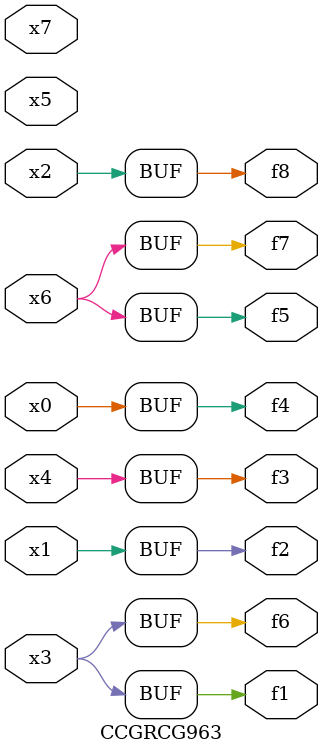
<source format=v>
module CCGRCG963(
	input x0, x1, x2, x3, x4, x5, x6, x7,
	output f1, f2, f3, f4, f5, f6, f7, f8
);
	assign f1 = x3;
	assign f2 = x1;
	assign f3 = x4;
	assign f4 = x0;
	assign f5 = x6;
	assign f6 = x3;
	assign f7 = x6;
	assign f8 = x2;
endmodule

</source>
